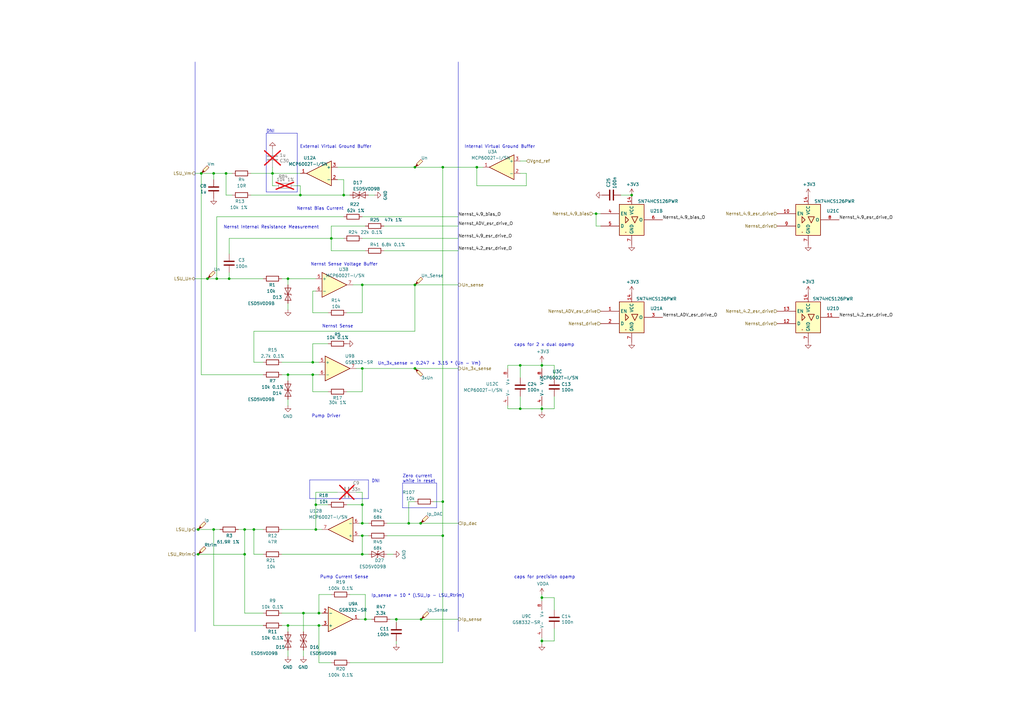
<source format=kicad_sch>
(kicad_sch (version 20230121) (generator eeschema)
  (paper "A3")
  (lib_symbols
    (symbol "74xx_IEEE:74126"
      (property "Reference" "U" (at 3.81 7.62 0))
      (property "Value" "74126" (at 1.27 -7.62 0))
      (symbol "74126_0_0"
        (pin power_in line (at 0 10.16 270) (length 3.81) (name "VCC") (number "14"))
        (pin power_in line (at 0 -10.16 90) (length 3.81) (name "GND") (number "7"))
      )
      (symbol "74126_1_0"
        (pin input line (at -12.7 2.54 0) (length 7.62) (name "EN") (number "1"))
      )
      (symbol "74126_1_1"
        (pin input line (at -12.7 -2.54 0) (length 7.62) (name "D") (number "2"))
        (pin tri_state line (at 12.7 0 180) (length 7.62) (name "O") (number "3"))
      )
      (symbol "74126_2_0"
        (pin input line (at -12.7 2.54 0) (length 7.62) (name "EN") (number "4"))
      )
      (symbol "74126_2_1"
        (pin input line (at -12.7 -2.54 0) (length 7.62) (name "D") (number "5"))
        (pin tri_state line (at 12.7 0 180) (length 7.62) (name "O") (number "6"))
      )
      (symbol "74126_3_0"
        (pin input line (at -12.7 2.54 0) (length 7.62) (name "EN") (number "10"))
      )
      (symbol "74126_3_1"
        (pin tri_state line (at 12.7 0 180) (length 7.62) (name "O") (number "8"))
        (pin input line (at -12.7 -2.54 0) (length 7.62) (name "D") (number "9"))
      )
      (symbol "74126_4_0"
        (pin input line (at -12.7 2.54 0) (length 7.62) (name "EN") (number "13"))
      )
      (symbol "74126_4_1"
        (pin tri_state line (at 12.7 0 180) (length 7.62) (name "O") (number "11"))
        (pin input line (at -12.7 -2.54 0) (length 7.62) (name "D") (number "12"))
      )
    )
    (symbol "Amplifier_Operational:MCP6002-xMS" (pin_names (offset 0.127))
      (property "Reference" "U" (at 0 5.08 0))
      (property "Value" "MCP6002-xMS" (at 0 -5.08 0))
      (symbol "MCP6002-xMS_1_1"
        (pin output line (at 7.62 0 180) (length 2.54) (name "~") (number "1"))
        (pin input line (at -7.62 -2.54 0) (length 2.54) (name "-") (number "2"))
        (pin input line (at -7.62 2.54 0) (length 2.54) (name "+") (number "3"))
      )
      (symbol "MCP6002-xMS_2_1"
        (pin input line (at -7.62 2.54 0) (length 2.54) (name "+") (number "5"))
        (pin input line (at -7.62 -2.54 0) (length 2.54) (name "-") (number "6"))
        (pin output line (at 7.62 0 180) (length 2.54) (name "~") (number "7"))
      )
      (symbol "MCP6002-xMS_3_1"
        (pin power_in line (at -2.54 -7.62 90) (length 3.81) (name "V-") (number "4"))
        (pin power_in line (at -2.54 7.62 270) (length 3.81) (name "V+") (number "8"))
      )
    )
    (symbol "Amplifier_Operational:TL072" (pin_names (offset 0.127))
      (property "Reference" "U" (at 0 5.08 0))
      (property "Value" "TL072" (at 0 -5.08 0))
      (symbol "TL072_1_1"
        (pin output line (at 7.62 0 180) (length 2.54) (name "~") (number "1"))
        (pin input line (at -7.62 -2.54 0) (length 2.54) (name "-") (number "2"))
        (pin input line (at -7.62 2.54 0) (length 2.54) (name "+") (number "3"))
      )
      (symbol "TL072_2_1"
        (pin input line (at -7.62 2.54 0) (length 2.54) (name "+") (number "5"))
        (pin input line (at -7.62 -2.54 0) (length 2.54) (name "-") (number "6"))
        (pin output line (at 7.62 0 180) (length 2.54) (name "~") (number "7"))
      )
      (symbol "TL072_3_1"
        (pin power_in line (at -2.54 -7.62 90) (length 3.81) (name "V-") (number "4"))
        (pin power_in line (at -2.54 7.62 270) (length 3.81) (name "V+") (number "8"))
      )
    )
    (symbol "Connector:TestPoint_Probe" (pin_numbers hide) (pin_names (offset 0.762) hide)
      (property "Reference" "TP" (at 1.651 5.842 0))
      (property "Value" "TestPoint_Probe" (at 1.651 4.064 0))
      (symbol "TestPoint_Probe_1_1"
        (pin passive line (at 0 0 90) (length 0) (name "1") (number "1"))
      )
    )
    (symbol "Device:C" (pin_numbers hide) (pin_names (offset 0.254))
      (property "Reference" "C" (at 0.635 2.54 0))
      (property "Value" "C" (at 0.635 -2.54 0))
      (symbol "C_1_1"
        (pin passive line (at 0 3.81 270) (length 2.794) (name "~") (number "1"))
        (pin passive line (at 0 -3.81 90) (length 2.794) (name "~") (number "2"))
      )
    )
    (symbol "Device:R" (pin_numbers hide) (pin_names (offset 0))
      (property "Reference" "R" (at 2.032 0 90))
      (property "Value" "R" (at 0 0 90))
      (symbol "R_1_1"
        (pin passive line (at 0 3.81 270) (length 1.27) (name "~") (number "1"))
        (pin passive line (at 0 -3.81 90) (length 1.27) (name "~") (number "2"))
      )
    )
    (symbol "Diode:ESD9B5.0ST5G" (pin_numbers hide) (pin_names (offset 1.016) hide)
      (property "Reference" "D" (at 0 2.54 0))
      (property "Value" "ESD9B5.0ST5G" (at 0 -2.54 0))
      (symbol "ESD9B5.0ST5G_1_1"
        (pin passive line (at -3.81 0 0) (length 2.54) (name "A1") (number "1"))
        (pin passive line (at 3.81 0 180) (length 2.54) (name "A2") (number "2"))
      )
    )
    (symbol "GND_1" (power) (pin_numbers hide) (pin_names (offset 0) hide)
      (property "Value" "GND_1" (at 0 -3.81 0))
      (symbol "GND_1_1_1"
        (pin power_in line (at 0 0 270) (length 0) hide (name "GND") (number "1"))
      )
    )
    (symbol "GND_2" (power) (pin_numbers hide) (pin_names (offset 0) hide)
      (property "Value" "GND_2" (at 0 -3.81 0))
      (symbol "GND_2_1_1"
        (pin power_in line (at 0 0 270) (length 0) hide (name "GND") (number "1"))
      )
    )
    (symbol "GND_3" (power) (pin_numbers hide) (pin_names (offset 0) hide)
      (property "Value" "GND_3" (at 0 -3.81 0))
      (symbol "GND_3_1_1"
        (pin power_in line (at 0 0 270) (length 0) hide (name "GND") (number "1"))
      )
    )
    (symbol "GND_4" (power) (pin_numbers hide) (pin_names (offset 0) hide)
      (property "Value" "GND_4" (at 0 -3.81 0))
      (symbol "GND_4_1_1"
        (pin power_in line (at 0 0 270) (length 0) hide (name "GND") (number "1"))
      )
    )
    (symbol "GND_5" (power) (pin_numbers hide) (pin_names (offset 0) hide)
      (property "Value" "GND_5" (at 0 -3.81 0))
      (symbol "GND_5_1_1"
        (pin power_in line (at 0 0 270) (length 0) hide (name "GND") (number "1"))
      )
    )
    (symbol "GND_6" (power) (pin_numbers hide) (pin_names (offset 0) hide)
      (property "Value" "GND_6" (at 0 -3.81 0))
      (symbol "GND_6_1_1"
        (pin power_in line (at 0 0 270) (length 0) hide (name "GND") (number "1"))
      )
    )
    (symbol "power:+3.3V" (power) (pin_numbers hide) (pin_names (offset 0) hide)
      (property "Value" "+3.3V" (at 0 3.556 0))
      (symbol "+3.3V_1_1"
        (pin power_in line (at 0 0 90) (length 0) hide (name "+3V3") (number "1"))
      )
    )
    (symbol "power:GND" (power) (pin_numbers hide) (pin_names (offset 0) hide)
      (property "Value" "GND" (at 0 -3.81 0))
      (symbol "GND_1_1"
        (pin power_in line (at 0 0 270) (length 0) hide (name "GND") (number "1"))
      )
    )
    (symbol "power:VDDA" (power) (pin_numbers hide) (pin_names (offset 0) hide)
      (property "Value" "VDDA" (at 0 3.81 0))
      (symbol "VDDA_1_1"
        (pin power_in line (at 0 0 90) (length 0) hide (name "VDDA") (number "1"))
      )
    )
  )
  (junction (at 104.14 217.17))
  (junction (at 170.18 151.13))
  (junction (at 130.81 256.54))
  (junction (at 129.54 217.17))
  (junction (at 128.27 148.59))
  (junction (at 148.59 151.13))
  (junction (at 213.36 167.64))
  (junction (at 172.72 254))
  (junction (at 148.59 116.84))
  (junction (at 85.09 114.3))
  (junction (at 118.11 153.67))
  (junction (at 148.59 207.01))
  (junction (at 140.97 80.01))
  (junction (at 87.63 71.12))
  (junction (at 259.08 80.01))
  (junction (at 148.59 214.63))
  (junction (at 123.19 80.01))
  (junction (at 222.25 149.86))
  (junction (at 81.28 217.17))
  (junction (at 87.63 217.17))
  (junction (at 170.18 116.84))
  (junction (at 222.25 245.11))
  (junction (at 170.18 68.58))
  (junction (at 111.76 71.12))
  (junction (at 148.59 219.71))
  (junction (at 148.59 227.33))
  (junction (at 88.9 114.3))
  (junction (at 135.89 97.79))
  (junction (at 81.28 227.33))
  (junction (at 118.11 114.3))
  (junction (at 181.61 205.74))
  (junction (at 162.56 254))
  (junction (at 93.98 114.3))
  (junction (at 222.25 262.89))
  (junction (at 181.61 219.71))
  (junction (at 130.81 251.46))
  (junction (at 167.64 214.63))
  (junction (at 213.36 149.86))
  (junction (at 82.55 71.12))
  (junction (at 222.25 167.64))
  (junction (at 128.27 153.67))
  (junction (at 100.33 217.17))
  (junction (at 172.5164 214.63))
  (junction (at 149.86 254))
  (junction (at 124.46 251.46))
  (junction (at 244.475 87.63))
  (junction (at 195.58 68.58))
  (junction (at 129.54 207.01))
  (junction (at 181.61 68.58))
  (junction (at 92.71 71.12))
  (junction (at 118.11 256.54))
  (junction (at 100.33 227.33))
  (no_connect (at -57.15 238.76))
  (wire (pts (xy 88.9 114.3) (xy 93.98 114.3)))
  (polyline (pts (xy 109.22 78.74) (xy 109.22 54.61)))
  (wire (pts (xy 104.14 227.33) (xy 107.95 227.33)))
  (wire (pts (xy 177.8 205.74) (xy 181.61 205.74)))
  (wire (pts (xy 128.27 119.38) (xy 129.54 119.38)))
  (wire (pts (xy 87.63 71.12) (xy 92.71 71.12)))
  (wire (pts (xy 87.63 256.54) (xy 107.95 256.54)))
  (wire (pts (xy 87.63 217.17) (xy 87.63 256.54)))
  (wire (pts (xy 128.27 160.655) (xy 134.62 160.655)))
  (wire (pts (xy 124.46 251.46) (xy 124.46 259.08)))
  (wire (pts (xy 172.5164 214.63) (xy 167.64 214.63)))
  (polyline (pts (xy 165.1 198.12) (xy 179.07 198.12)))
  (wire (pts (xy 244.475 87.63) (xy 244.475 92.71)))
  (wire (pts (xy 118.11 153.67) (xy 118.11 156.21)))
  (wire (pts (xy 124.46 266.7) (xy 124.46 269.24)))
  (wire (pts (xy 170.18 151.13) (xy 148.59 151.13)))
  (wire (pts (xy 157.48 92.71) (xy 187.96 92.71)))
  (wire (pts (xy 187.96 97.79) (xy 148.59 97.79)))
  (wire (pts (xy 148.59 160.655) (xy 148.59 151.13)))
  (wire (pts (xy 148.59 151.13) (xy 146.05 151.13)))
  (wire (pts (xy 140.97 80.01) (xy 123.19 80.01)))
  (wire (pts (xy 115.57 217.17) (xy 129.54 217.17)))
  (wire (pts (xy 81.28 217.17) (xy 87.63 217.17)))
  (wire (pts (xy 130.81 251.46) (xy 132.08 251.46)))
  (wire (pts (xy 128.27 153.67) (xy 128.27 160.655)))
  (wire (pts (xy 167.64 205.74) (xy 167.64 214.63)))
  (polyline (pts (xy 151.13 204.47) (xy 151.13 196.85)))
  (wire (pts (xy 118.11 114.3) (xy 118.11 116.84)))
  (wire (pts (xy 140.97 80.01) (xy 143.51 80.01)))
  (wire (pts (xy 148.59 214.63) (xy 151.13 214.63)))
  (wire (pts (xy 149.86 243.84) (xy 149.86 254)))
  (wire (pts (xy 222.25 262.89) (xy 222.25 261.62)))
  (wire (pts (xy 162.56 262.89) (xy 162.56 264.16)))
  (wire (pts (xy 92.71 80.01) (xy 92.71 71.12)))
  (wire (pts (xy 111.76 71.12) (xy 123.19 71.12)))
  (wire (pts (xy 143.51 271.78) (xy 181.61 271.78)))
  (wire (pts (xy 170.18 116.84) (xy 187.96 116.84)))
  (wire (pts (xy 227.33 149.86) (xy 227.33 154.94)))
  (wire (pts (xy 227.33 245.11) (xy 227.33 250.19)))
  (wire (pts (xy 118.11 114.3) (xy 129.54 114.3)))
  (wire (pts (xy 135.89 92.71) (xy 149.86 92.71)))
  (wire (pts (xy 118.11 266.7) (xy 118.11 269.24)))
  (wire (pts (xy 170.18 116.84) (xy 170.18 135.89)))
  (wire (pts (xy 148.59 207.01) (xy 148.59 214.63)))
  (wire (pts (xy 88.9 88.9) (xy 88.9 114.3)))
  (wire (pts (xy 80.01 114.3) (xy 85.09 114.3)))
  (wire (pts (xy 130.81 243.84) (xy 130.81 251.46)))
  (wire (pts (xy 128.27 148.59) (xy 130.81 148.59)))
  (wire (pts (xy 118.11 153.67) (xy 115.57 153.67)))
  (wire (pts (xy 222.25 148.59) (xy 222.25 149.86)))
  (wire (pts (xy 215.9 71.12) (xy 215.9 76.2)))
  (wire (pts (xy 167.64 214.63) (xy 158.75 214.63)))
  (wire (pts (xy 93.98 114.3) (xy 93.98 111.76)))
  (wire (pts (xy 222.25 149.86) (xy 227.33 149.86)))
  (wire (pts (xy 118.11 256.54) (xy 130.81 256.54)))
  (wire (pts (xy 170.18 68.58) (xy 181.61 68.58)))
  (wire (pts (xy 244.475 92.71) (xy 246.38 92.71)))
  (wire (pts (xy 208.28 151.13) (xy 208.28 149.86)))
  (polyline (pts (xy 127 204.47) (xy 151.13 204.47)))
  (wire (pts (xy 227.33 167.64) (xy 227.33 162.56)))
  (wire (pts (xy 92.71 80.01) (xy 95.25 80.01)))
  (wire (pts (xy 130.81 153.67) (xy 128.27 153.67)))
  (wire (pts (xy 130.81 256.54) (xy 132.08 256.54)))
  (wire (pts (xy 172.72 254) (xy 162.56 254)))
  (wire (pts (xy 111.76 71.12) (xy 111.76 76.2)))
  (wire (pts (xy 222.25 264.16) (xy 222.25 262.89)))
  (wire (pts (xy 111.76 68.58) (xy 111.76 71.12)))
  (polyline (pts (xy 165.1 208.28) (xy 165.1 198.12)))
  (wire (pts (xy 157.48 102.87) (xy 187.96 102.87)))
  (wire (pts (xy 93.98 97.79) (xy 135.89 97.79)))
  (wire (pts (xy 181.61 205.74) (xy 181.61 68.58)))
  (polyline (pts (xy 127 196.85) (xy 127 204.47)))
  (wire (pts (xy 135.89 243.84) (xy 130.81 243.84)))
  (wire (pts (xy 222.25 243.84) (xy 222.25 245.11)))
  (wire (pts (xy 104.14 148.59) (xy 107.95 148.59)))
  (wire (pts (xy 148.59 227.33) (xy 148.59 219.71)))
  (wire (pts (xy 142.24 160.655) (xy 148.59 160.655)))
  (wire (pts (xy 244.475 87.63) (xy 246.38 87.63)))
  (wire (pts (xy 213.36 66.04) (xy 215.9 66.04)))
  (wire (pts (xy 93.98 104.14) (xy 93.98 97.79)))
  (wire (pts (xy 135.89 102.87) (xy 135.89 97.79)))
  (wire (pts (xy 149.86 254) (xy 147.32 254)))
  (wire (pts (xy 149.86 102.87) (xy 135.89 102.87)))
  (wire (pts (xy 123.19 80.01) (xy 102.87 80.01)))
  (wire (pts (xy 222.25 149.86) (xy 222.25 151.13)))
  (wire (pts (xy 104.14 217.17) (xy 107.95 217.17)))
  (wire (pts (xy 115.57 114.3) (xy 118.11 114.3)))
  (wire (pts (xy 243.205 87.63) (xy 244.475 87.63)))
  (wire (pts (xy 222.25 168.91) (xy 222.25 167.64)))
  (wire (pts (xy 222.25 167.64) (xy 222.25 166.37)))
  (wire (pts (xy 118.11 163.83) (xy 118.11 166.37)))
  (wire (pts (xy 170.18 205.74) (xy 167.64 205.74)))
  (wire (pts (xy 208.28 166.37) (xy 208.28 167.64)))
  (wire (pts (xy 88.9 114.3) (xy 85.09 114.3)))
  (wire (pts (xy 123.19 76.2) (xy 123.19 80.01)))
  (wire (pts (xy 148.59 116.84) (xy 148.59 128.27)))
  (polyline (pts (xy 109.22 54.61) (xy 121.92 54.61)))
  (wire (pts (xy 213.36 71.12) (xy 215.9 71.12)))
  (wire (pts (xy 82.55 71.12) (xy 87.63 71.12)))
  (wire (pts (xy 115.57 256.54) (xy 118.11 256.54)))
  (polyline (pts (xy 151.13 196.85) (xy 127 196.85)))
  (wire (pts (xy 115.57 251.46) (xy 124.46 251.46)))
  (wire (pts (xy 82.55 71.12) (xy 82.55 153.67)))
  (wire (pts (xy 128.27 153.67) (xy 118.11 153.67)))
  (wire (pts (xy 100.33 217.17) (xy 100.33 227.33)))
  (wire (pts (xy 142.24 207.01) (xy 148.59 207.01)))
  (wire (pts (xy 148.59 219.71) (xy 147.32 219.71)))
  (wire (pts (xy 80.01 227.33) (xy 81.28 227.33)))
  (wire (pts (xy 148.59 201.93) (xy 148.59 207.01)))
  (wire (pts (xy 208.28 149.86) (xy 213.36 149.86)))
  (wire (pts (xy 128.27 128.27) (xy 128.27 119.38)))
  (wire (pts (xy 115.57 227.33) (xy 148.59 227.33)))
  (wire (pts (xy 118.11 124.46) (xy 118.11 127)))
  (wire (pts (xy 148.59 227.33) (xy 151.13 227.33)))
  (wire (pts (xy 148.59 128.27) (xy 142.24 128.27)))
  (polyline (pts (xy 179.07 208.28) (xy 165.1 208.28)))
  (wire (pts (xy 128.27 148.59) (xy 115.57 148.59)))
  (wire (pts (xy 111.76 76.2) (xy 113.03 76.2)))
  (wire (pts (xy 118.11 256.54) (xy 118.11 259.08)))
  (wire (pts (xy 149.86 254) (xy 152.4 254)))
  (wire (pts (xy 254.635 80.01) (xy 259.08 80.01)))
  (wire (pts (xy 129.54 207.01) (xy 134.62 207.01)))
  (wire (pts (xy 213.36 154.94) (xy 213.36 149.86)))
  (wire (pts (xy 181.61 219.71) (xy 181.61 205.74)))
  (wire (pts (xy 129.54 207.01) (xy 129.54 217.17)))
  (wire (pts (xy 148.59 116.84) (xy 170.18 116.84)))
  (wire (pts (xy 198.12 68.58) (xy 195.58 68.58)))
  (wire (pts (xy 138.43 201.93) (xy 129.54 201.93)))
  (wire (pts (xy 138.43 68.58) (xy 170.18 68.58)))
  (wire (pts (xy 195.58 76.2) (xy 195.58 68.58)))
  (wire (pts (xy 134.62 128.27) (xy 128.27 128.27)))
  (wire (pts (xy 213.36 149.86) (xy 222.25 149.86)))
  (wire (pts (xy 148.59 219.71) (xy 151.13 219.71)))
  (wire (pts (xy 93.98 114.3) (xy 107.95 114.3)))
  (polyline (pts (xy 109.22 78.74) (xy 121.92 78.74)))
  (wire (pts (xy 128.27 140.97) (xy 134.62 140.97)))
  (wire (pts (xy 92.71 71.12) (xy 95.25 71.12)))
  (wire (pts (xy 120.65 76.2) (xy 123.19 76.2)))
  (wire (pts (xy 135.89 97.79) (xy 135.89 92.71)))
  (wire (pts (xy 128.27 148.59) (xy 128.27 140.97)))
  (polyline (pts (xy 80.01 25.4) (xy 80.01 259.08)))
  (wire (pts (xy 170.18 135.89) (xy 104.14 135.89)))
  (wire (pts (xy 148.59 88.9) (xy 187.96 88.9)))
  (wire (pts (xy 222.25 167.64) (xy 213.36 167.64)))
  (wire (pts (xy 158.75 227.33) (xy 161.29 227.33)))
  (wire (pts (xy 102.87 71.12) (xy 111.76 71.12)))
  (wire (pts (xy 88.9 88.9) (xy 140.97 88.9)))
  (wire (pts (xy 208.28 167.64) (xy 213.36 167.64)))
  (wire (pts (xy 227.33 262.89) (xy 227.33 257.81)))
  (wire (pts (xy 82.55 153.67) (xy 107.95 153.67)))
  (polyline (pts (xy 121.92 54.61) (xy 121.92 78.74)))
  (wire (pts (xy 162.56 254) (xy 162.56 255.27)))
  (wire (pts (xy 222.25 262.89) (xy 227.33 262.89)))
  (wire (pts (xy 146.05 201.93) (xy 148.59 201.93)))
  (wire (pts (xy 147.32 214.63) (xy 148.59 214.63)))
  (wire (pts (xy 222.25 245.11) (xy 222.25 246.38)))
  (wire (pts (xy 129.54 217.17) (xy 132.08 217.17)))
  (wire (pts (xy 97.79 217.17) (xy 100.33 217.17)))
  (wire (pts (xy 158.75 219.71) (xy 181.61 219.71)))
  (wire (pts (xy 213.36 167.64) (xy 213.36 162.56)))
  (polyline (pts (xy 187.96 25.4) (xy 187.96 259.08)))
  (wire (pts (xy 124.46 251.46) (xy 130.81 251.46)))
  (polyline (pts (xy 179.07 198.12) (xy 179.07 208.28)))
  (wire (pts (xy 187.96 214.63) (xy 172.5164 214.63)))
  (wire (pts (xy 135.89 271.78) (xy 130.81 271.78)))
  (wire (pts (xy 81.28 227.33) (xy 100.33 227.33)))
  (wire (pts (xy 100.33 251.46) (xy 107.95 251.46)))
  (wire (pts (xy 148.59 116.84) (xy 144.78 116.84)))
  (wire (pts (xy 140.97 73.66) (xy 140.97 80.01)))
  (wire (pts (xy 181.61 68.58) (xy 195.58 68.58)))
  (wire (pts (xy 215.9 76.2) (xy 195.58 76.2)))
  (wire (pts (xy 151.13 80.01) (xy 153.67 80.01)))
  (wire (pts (xy 104.14 217.17) (xy 104.14 227.33)))
  (wire (pts (xy 222.25 245.11) (xy 227.33 245.11)))
  (wire (pts (xy 143.51 243.84) (xy 149.86 243.84)))
  (wire (pts (xy 130.81 256.54) (xy 130.81 271.78)))
  (wire (pts (xy 87.63 71.12) (xy 87.63 73.66)))
  (wire (pts (xy 181.61 271.78) (xy 181.61 219.71)))
  (wire (pts (xy 104.14 135.89) (xy 104.14 148.59)))
  (wire (pts (xy 81.28 217.17) (xy 80.01 217.17)))
  (wire (pts (xy 170.18 151.13) (xy 187.96 151.13)))
  (wire (pts (xy 90.17 217.17) (xy 87.63 217.17)))
  (wire (pts (xy 100.33 217.17) (xy 104.14 217.17)))
  (wire (pts (xy 222.25 167.64) (xy 227.33 167.64)))
  (wire (pts (xy 135.89 97.79) (xy 140.97 97.79)))
  (wire (pts (xy 129.54 201.93) (xy 129.54 207.01)))
  (wire (pts (xy 187.96 254) (xy 172.72 254)))
  (wire (pts (xy 80.01 71.12) (xy 82.55 71.12)))
  (wire (pts (xy 138.43 73.66) (xy 140.97 73.66)))
  (wire (pts (xy 160.02 254) (xy 162.56 254)))
  (wire (pts (xy 100.33 227.33) (xy 100.33 251.46)))
  (text "Nernst Sense Voltage Buffer" (at 154.94 109.22 0) (effects (font (size 1.27 1.27)) (justify right bottom)))
  (text "Ip_sense = 10 * (LSU_Ip - LSU_Rtrim)" (at 190.5 245.11 0) (effects (font (size 1.27 1.27)) (justify right bottom)))
  (text "caps for 2 x dual opamp" (at 210.82 142.24 0) (effects (font (size 1.27 1.27)) (justify left bottom)))
  (text "Nernst Sense" (at 132.08 134.62 0) (effects (font (size 1.27 1.27)) (justify left bottom)))
  (text "Nernst Bias Current" (at 140.97 86.36 0) (effects (font (size 1.27 1.27)) (justify right bottom)))
  (text "DNI" (at 109.22 54.61 0) (effects (font (size 1.27 1.27)) (justify left bottom)))
  (text "Pump Current Sense" (at 151.13 237.49 0) (effects (font (size 1.27 1.27)) (justify right bottom)))
  (text "External Virtual Ground Buffer" (at 152.4 60.96 0) (effects (font (size 1.27 1.27)) (justify right bottom)))
  (text "Internal Virtual Ground Buffer" (at 190.5 60.96 0) (effects (font (size 1.27 1.27)) (justify left bottom)))
  (text "Un_3x_sense = 0.247 + 3.15 * (Un - Vm)" (at 154.94 149.86 0) (effects (font (size 1.27 1.27)) (justify left bottom)))
  (text "Pump Driver" (at 139.7 171.45 0) (effects (font (size 1.27 1.27)) (justify right bottom)))
  (text "Nernst Internal Resistance Measurement" (at 130.81 93.98 0) (effects (font (size 1.27 1.27)) (justify right bottom)))
  (text "DNI" (at 152.4 198.12 0) (effects (font (size 1.27 1.27)) (justify left bottom)))
  (text "Zero current\nwhile in reset" (at 165.1 198.12 0) (effects (font (size 1.27 1.27)) (justify left bottom)))
  (text "caps for precision opamp" (at 210.82 237.49 0) (effects (font (size 1.27 1.27)) (justify left bottom)))
  (label "Nernst_ADV_esr_drive_O" (at 271.78 130.175 0))
  (label "Nernst_ADV_esr_drive_O" (at 187.96 92.71 0))
  (label "Nernst_4.2_esr_drive_O" (at 187.96 102.87 0))
  (label "Nernst_4.2_esr_drive_O" (at 344.17 130.175 0))
  (label "Nernst_4.9_bias_O" (at 271.78 90.17 0))
  (label "Nernst_4.9_esr_drive_O" (at 187.96 97.79 0))
  (label "Nernst_4.9_bias_O" (at 187.96 88.9 0))
  (label "Nernst_4.9_esr_drive_O" (at 344.17 90.17 0))
  (hierarchical_label "LSU_Ip" (shape output) (at 80.01 217.17 180))
  (hierarchical_label "Nernst_4.2_esr_drive" (shape input) (at 318.77 127.635 180))
  (hierarchical_label "Un_sense" (shape output) (at 187.96 116.84 0))
  (hierarchical_label "Ip_sense" (shape output) (at 187.96 254 0))
  (hierarchical_label "Nernst_drive" (shape input) (at 318.77 132.715 180))
  (hierarchical_label "Un_3x_sense" (shape output) (at 187.96 151.13 0))
  (hierarchical_label "Nernst_ADV_esr_drive" (shape input) (at 246.38 127.635 180))
  (hierarchical_label "Vgnd_ref" (shape input) (at 215.9 66.04 0))
  (hierarchical_label "Ip_dac" (shape input) (at 187.96 214.63 0))
  (hierarchical_label "Nernst_drive" (shape input) (at 318.77 92.71 180))
  (hierarchical_label "Nernst_4.9_bias" (shape input) (at 243.205 87.63 180))
  (hierarchical_label "LSU_Un" (shape bidirectional) (at 80.01 114.3 180))
  (hierarchical_label "Nernst_4.9_esr_drive" (shape input) (at 318.77 87.63 180))
  (hierarchical_label "Nernst_drive" (shape input) (at 246.38 132.715 180))
  (hierarchical_label "LSU_Vm" (shape output) (at 80.01 71.12 180))
  (hierarchical_label "LSU_Rtrim" (shape output) (at 80.01 227.33 180))
  (symbol (lib_id "Device:R") (at 138.43 128.27 90) (mirror x) (unit 1)
    (property "Reference" "R14" (at 139.7 123.19 90) (effects (justify left)))
    (property "Value" "10k" (at 139.7 125.73 90) (effects (justify left)))
    (property "Footprint" "Resistor_SMD:R_0402_1005Metric" (effects hide))
    (property "LCSC" "C25744" (effects hide))
    (instances (project "lambda-x2" (path "" (reference "R14") (unit 1)) (path "" (reference "R63") (unit 1))))
  )
  (symbol (lib_name "GND_6") (lib_id "power:GND") (at 222.25 264.16 0) (unit 1)
    (property "Reference" "#PWR0104" (effects hide))
    (property "Value" "GND" (effects hide))
    (instances (project "lambda-x2" (path "" (reference "#PWR0104") (unit 1)) (path "" (reference "#PWR0130") (unit 1))))
  )
  (symbol (lib_id "Diode:ESD9B5.0ST5G") (at 147.32 80.01 0) (unit 1)
    (property "Reference" "D17" (at 144.78 74.93 0) (effects (justify left)))
    (property "Value" "ESD5V0D9B" (at 144.78 77.47 0) (effects (justify left)))
    (property "Footprint" "Diode_SMD:D_SOD-923" (effects hide))
    (property "LCSC" "C484329" (effects hide))
    (instances (project "lambda-x2" (path "" (reference "D17") (unit 1)) (path "" (reference "D22") (unit 1))))
  )
  (symbol (lib_id "Device:R") (at 153.67 92.71 90) (mirror x) (unit 1)
    (property "Reference" "R25" (at 153.67 90.17 90))
    (property "Value" "47k 1%" (at 161.29 90.17 90))
    (property "Footprint" "Resistor_SMD:R_0603_1608Metric" (effects hide))
    (property "LCSC" "C25819" (effects hide))
    (instances (project "lambda-x2" (path "" (reference "R25") (unit 1)) (path "" (reference "R72") (unit 1))))
  )
  (symbol (lib_id "74xx_IEEE:74126") (at 259.08 90.17 0) (unit 2)
    (property "Reference" "U21" (at 269.24 86.5221 0))
    (property "Value" "SN74HCS126PWR" (at 269.875 82.55 0))
    (property "Footprint" "Package_SO:TSSOP-14_4.4x5mm_P0.65mm" (effects hide))
    (property "LCSC" "C2864468" (effects hide))
    (instances (project "lambda-x2" (path "" (reference "U21") (unit 2)) (path "" (reference "U22") (unit 2))))
  )
  (symbol (lib_name "GND_1") (lib_id "power:GND") (at 153.67 80.01 90) (mirror x) (unit 1)
    (property "Reference" "#PWR0195" (effects hide))
    (property "Value" "~" (at 158.0642 80.137 0))
    (instances (project "lambda-x2" (path "" (reference "#PWR0195") (unit 1)) (path "" (reference "#PWR0200") (unit 1))))
  )
  (symbol (lib_id "Connector:TestPoint_Probe") (at 170.18 151.13 0) (mirror x) (unit 1) (in_bom no)
    (property "Reference" "TP5" (effects hide))
    (property "Value" "3xUn" (at 172.72 154.94 0) (effects (justify left)))
    (property "Footprint" "TestPoint:TestPoint_Pad_D1.0mm" (effects hide))
    (instances (project "lambda-x2" (path "" (reference "TP5") (unit 1)) (path "" (reference "TP6") (unit 1))))
  )
  (symbol (lib_name "GND_2") (lib_id "power:GND") (at 259.08 100.33 0) (mirror y) (unit 1)
    (property "Reference" "#PWR056" (effects hide))
    (property "Value" "GND" (effects hide))
    (instances (project "lambda-x2" (path "" (reference "#PWR056") (unit 1)) (path "" (reference "#PWR057") (unit 1))))
  )
  (symbol (lib_id "Device:R") (at 138.43 207.01 90) (mirror x) (unit 1)
    (property "Reference" "R18" (at 134.62 203.2 90) (effects (justify left)))
    (property "Value" "10k" (at 134.62 205.74 90) (effects (justify left)))
    (property "Footprint" "Resistor_SMD:R_0402_1005Metric" (effects hide))
    (property "LCSC" "C25744" (effects hide))
    (instances (project "lambda-x2" (path "" (reference "R18") (unit 1)) (path "" (reference "R66") (unit 1))))
  )
  (symbol (lib_name "GND_1") (lib_id "power:GND") (at 124.46 269.24 0) (mirror y) (unit 1)
    (property "Reference" "#PWR0198" (effects hide))
    (property "Value" "~" (at 124.333 273.6342 0))
    (instances (project "lambda-x2" (path "" (reference "#PWR0198") (unit 1)) (path "" (reference "#PWR0203") (unit 1))))
  )
  (symbol (lib_id "74xx_IEEE:74126") (at 331.47 130.175 0) (unit 4)
    (property "Reference" "U21" (at 341.63 126.5271 0))
    (property "Value" "SN74HCS126PWR" (at 341.63 122.555 0))
    (property "Footprint" "Package_SO:TSSOP-14_4.4x5mm_P0.65mm" (effects hide))
    (property "LCSC" "C2864468" (effects hide))
    (instances (project "lambda-x2" (path "" (reference "U21") (unit 4)) (path "" (reference "U22") (unit 4))))
  )
  (symbol (lib_id "Device:R") (at 111.76 251.46 270) (unit 1)
    (property "Reference" "R9" (at 111.76 246.38 90))
    (property "Value" "10k 0.1%" (at 111.76 248.92 90))
    (property "Footprint" "Resistor_SMD:R_0603_1608Metric" (effects hide))
    (property "LCSC" "C309083" (effects hide))
    (instances (project "lambda-x2" (path "" (reference "R9") (unit 1)) (path "" (reference "R59") (unit 1))))
  )
  (symbol (lib_id "Device:R") (at 138.43 160.655 90) (mirror x) (unit 1)
    (property "Reference" "R17" (at 138.43 163.195 90))
    (property "Value" "30k 1%" (at 138.43 165.1 90))
    (property "Footprint" "Resistor_SMD:R_0603_1608Metric" (effects hide))
    (property "LCSC" "C22984" (effects hide))
    (instances (project "lambda-x2" (path "" (reference "R17") (unit 1)) (path "" (reference "R65") (unit 1))))
  )
  (symbol (lib_id "Device:R") (at 99.06 71.12 90) (mirror x) (unit 1)
    (property "Reference" "R4" (at 99.06 73.66 90))
    (property "Value" "10R" (at 99.06 76.2 90))
    (property "Footprint" "Resistor_SMD:R_1206_3216Metric" (effects hide))
    (property "LCSC" "C17903" (effects hide))
    (instances (project "lambda-x2" (path "" (reference "R4") (unit 1)) (path "" (reference "R56") (unit 1))))
  )
  (symbol (lib_id "Amplifier_Operational:MCP6002-xMS") (at 205.74 68.58 0) (mirror y) (unit 1)
    (property "Reference" "U3" (at 201.93 62.23 0))
    (property "Value" "MCP6002T-I/SN" (at 201.295 64.77 0))
    (property "Footprint" "Package_SO:SOIC-8_3.9x4.9mm_P1.27mm" (effects hide))
    (property "Datasheet" "http://ww1.microchip.com/downloads/en/DeviceDoc/21733j.pdf" (effects hide))
    (property "LCSC" "C7377" (effects hide))
    (instances (project "lambda-x2" (path "" (reference "U3") (unit 1)) (path "" (reference "U10") (unit 1))))
  )
  (symbol (lib_name "GND_1") (lib_id "power:GND") (at 118.11 127 0) (mirror y) (unit 1)
    (property "Reference" "#PWR0196" (effects hide))
    (property "Value" "GND" (effects hide))
    (instances (project "lambda-x2" (path "" (reference "#PWR0196") (unit 1)) (path "" (reference "#PWR0201") (unit 1))))
  )
  (symbol (lib_id "Device:R") (at 138.43 140.97 270) (mirror x) (unit 1)
    (property "Reference" "R5" (at 138.43 137.16 90))
    (property "Value" "10k 0.1%" (at 138.43 138.43 90))
    (property "Footprint" "Resistor_SMD:R_0603_1608Metric" (effects hide))
    (property "LCSC" "C309083" (effects hide))
    (instances (project "lambda-x2" (path "" (reference "R5") (unit 1)) (path "" (reference "R57") (unit 1))))
  )
  (symbol (lib_id "Device:R") (at 154.94 214.63 270) (mirror x) (unit 1)
    (property "Reference" "R42" (at 154.94 209.55 90))
    (property "Value" "68k" (at 154.94 212.09 90))
    (property "Footprint" "Resistor_SMD:R_0402_1005Metric" (effects hide))
    (property "LCSC" "C36871" (effects hide))
    (instances (project "lambda-x2" (path "" (reference "R42") (unit 1)) (path "" (reference "R74") (unit 1))))
  )
  (symbol (lib_id "Diode:ESD9B5.0ST5G") (at 124.46 262.89 270) (unit 1)
    (property "Reference" "D16" (at 127 265.43 90) (effects (justify left)))
    (property "Value" "ESD5V0D9B" (at 127 267.97 90) (effects (justify left)))
    (property "Footprint" "Diode_SMD:D_SOD-923" (effects hide))
    (property "LCSC" "C484329" (effects hide))
    (instances (project "lambda-x2" (path "" (reference "D16") (unit 1)) (path "" (reference "D21") (unit 1))))
  )
  (symbol (lib_id "power:+3.3V") (at 259.08 120.015 0) (unit 1)
    (property "Reference" "#PWR043" (effects hide))
    (property "Value" "+3.3V" (at 259.461 115.6208 0))
    (instances (project "lambda-x2" (path "" (reference "#PWR043") (unit 1)) (path "" (reference "#PWR045") (unit 1))))
  )
  (symbol (lib_id "Diode:ESD9B5.0ST5G") (at 118.11 160.02 270) (unit 1)
    (property "Reference" "D14" (at 111.76 161.29 90) (effects (justify left)))
    (property "Value" "ESD5V0D9B" (at 101.6 163.83 90) (effects (justify left)))
    (property "Footprint" "Diode_SMD:D_SOD-923" (effects hide))
    (property "LCSC" "C484329" (effects hide))
    (instances (project "lambda-x2" (path "" (reference "D14") (unit 1)) (path "" (reference "D19") (unit 1))))
  )
  (symbol (lib_id "Device:R") (at 111.76 148.59 270) (mirror x) (unit 1)
    (property "Reference" "R15" (at 111.76 143.51 90))
    (property "Value" "2.7k 0.1%" (at 111.76 146.05 90))
    (property "Footprint" "Resistor_SMD:R_0603_1608Metric" (effects hide))
    (property "LCSC" "C318131" (effects hide))
    (instances (project "lambda-x2" (path "" (reference "R15") (unit 1)) (path "" (reference "R64") (unit 1))))
  )
  (symbol (lib_id "Device:R") (at 173.99 205.74 90) (mirror x) (unit 1)
    (property "Reference" "R107" (at 170.18 201.93 90) (effects (justify left)))
    (property "Value" "10k" (at 170.18 204.47 90) (effects (justify left)))
    (property "Footprint" "Resistor_SMD:R_0402_1005Metric" (effects hide))
    (property "LCSC" "C25744" (effects hide))
    (instances (project "lambda-x2" (path "" (reference "R107") (unit 1)) (path "" (reference "R108") (unit 1))))
  )
  (symbol (lib_name "GND_5") (lib_id "power:GND") (at 162.56 264.16 0) (mirror y) (unit 1)
    (property "Reference" "#PWR0125" (effects hide))
    (property "Value" "GND" (effects hide))
    (instances (project "lambda-x2" (path "" (reference "#PWR0125") (unit 1)) (path "" (reference "#PWR0134") (unit 1))))
  )
  (symbol (lib_id "Diode:ESD9B5.0ST5G") (at 118.11 262.89 270) (unit 1)
    (property "Reference" "D15" (at 113.03 265.43 90) (effects (justify left)))
    (property "Value" "ESD5V0D9B" (at 102.87 267.97 90) (effects (justify left)))
    (property "Footprint" "Diode_SMD:D_SOD-923" (effects hide))
    (property "LCSC" "C484329" (effects hide))
    (instances (project "lambda-x2" (path "" (reference "D15") (unit 1)) (path "" (reference "D20") (unit 1))))
  )
  (symbol (lib_id "Device:R") (at 153.67 102.87 90) (mirror x) (unit 1)
    (property "Reference" "R41" (at 153.67 100.33 90))
    (property "Value" "6.8k 0.1%" (at 161.29 100.33 90))
    (property "Footprint" "Resistor_SMD:R_0603_1608Metric" (effects hide))
    (property "LCSC" "C705876" (effects hide))
    (instances (project "lambda-x2" (path "" (reference "R41") (unit 1)) (path "" (reference "R73") (unit 1))))
  )
  (symbol (lib_id "74xx_IEEE:74126") (at 259.08 130.175 0) (unit 1)
    (property "Reference" "U21" (at 269.24 126.5271 0))
    (property "Value" "SN74HCS126PWR" (at 269.24 122.555 0))
    (property "Footprint" "Package_SO:TSSOP-14_4.4x5mm_P0.65mm" (effects hide))
    (property "LCSC" "C2864468" (effects hide))
    (instances (project "lambda-x2" (path "" (reference "U21") (unit 1)) (path "" (reference "U22") (unit 1))))
  )
  (symbol (lib_id "power:GND") (at 222.25 168.91 0) (unit 1)
    (property "Reference" "#PWR0121" (effects hide))
    (property "Value" "GND" (effects hide))
    (instances (project "lambda-x2" (path "" (reference "#PWR0121") (unit 1)) (path "" (reference "#PWR0132") (unit 1))))
  )
  (symbol (lib_name "GND_1") (lib_id "power:GND") (at 161.29 227.33 90) (mirror x) (unit 1)
    (property "Reference" "#PWR0208" (effects hide))
    (property "Value" "~" (at 165.6842 227.457 0))
    (instances (project "lambda-x2" (path "" (reference "#PWR0208") (unit 1)) (path "" (reference "#PWR0209") (unit 1))))
  )
  (symbol (lib_id "Device:R") (at 116.84 76.2 90) (mirror x) (unit 1) (in_bom no) (dnp yes)
    (property "Reference" "R84" (at 118.11 72.39 90) (effects (justify left)))
    (property "Value" "10k 1%" (at 120.65 73.66 90) (effects (justify left)))
    (property "Footprint" "Resistor_SMD:R_0402_1005Metric" (effects hide))
    (property "LCSC" "C25744" (effects hide))
    (instances (project "lambda-x2" (path "" (reference "R84") (unit 1)) (path "" (reference "R85") (unit 1))))
  )
  (symbol (lib_id "Device:C") (at 213.36 158.75 0) (unit 1)
    (property "Reference" "C24" (at 216.281 157.5816 0) (effects (justify left)))
    (property "Value" "100n" (at 216.281 159.893 0) (effects (justify left)))
    (property "Footprint" "Capacitor_SMD:C_0402_1005Metric" (effects hide))
    (property "LCSC" "C1525" (effects hide))
    (instances (project "lambda-x2" (path "" (reference "C24") (unit 1)) (path "" (reference "C29") (unit 1))))
  )
  (symbol (lib_id "Connector:TestPoint_Probe") (at 170.18 116.84 0) (unit 1) (in_bom no)
    (property "Reference" "TP3" (effects hide))
    (property "Value" "Un_Sense" (at 172.72 113.03 0) (effects (justify left)))
    (property "Footprint" "TestPoint:TestPoint_Pad_D1.0mm" (effects hide))
    (instances (project "lambda-x2" (path "" (reference "TP3") (unit 1)) (path "" (reference "TP4") (unit 1))))
  )
  (symbol (lib_id "Amplifier_Operational:MCP6002-xMS") (at 130.81 71.12 0) (mirror y) (unit 1)
    (property "Reference" "U12" (at 127 64.77 0))
    (property "Value" "MCP6002T-I/SN" (at 126.365 67.31 0))
    (property "Footprint" "Package_SO:SOIC-8_3.9x4.9mm_P1.27mm" (effects hide))
    (property "Datasheet" "http://ww1.microchip.com/downloads/en/DeviceDoc/21733j.pdf" (effects hide))
    (property "LCSC" "C7377" (effects hide))
    (instances (project "lambda-x2" (path "" (reference "U12") (unit 1)) (path "" (reference "U13") (unit 1))))
  )
  (symbol (lib_name "GND_2") (lib_id "power:GND") (at 331.47 100.33 0) (mirror y) (unit 1)
    (property "Reference" "#PWR062" (effects hide))
    (property "Value" "GND" (effects hide))
    (instances (project "lambda-x2" (path "" (reference "#PWR062") (unit 1)) (path "" (reference "#PWR063") (unit 1))))
  )
  (symbol (lib_id "Device:C") (at 227.33 254 0) (unit 1)
    (property "Reference" "C14" (at 230.251 252.8316 0) (effects (justify left)))
    (property "Value" "100n" (at 230.251 255.143 0) (effects (justify left)))
    (property "Footprint" "Capacitor_SMD:C_0402_1005Metric" (effects hide))
    (property "LCSC" "C1525" (effects hide))
    (instances (project "lambda-x2" (path "" (reference "C14") (unit 1)) (path "" (reference "C23") (unit 1))))
  )
  (symbol (lib_id "Connector:TestPoint_Probe") (at 81.28 217.17 0) (unit 1) (in_bom no)
    (property "Reference" "TP10" (effects hide))
    (property "Value" "Ip" (at 83.82 213.36 0) (effects (justify left)))
    (property "Footprint" "TestPoint:TestPoint_Pad_D1.0mm" (effects hide))
    (instances (project "lambda-x2" (path "" (reference "TP10") (unit 1)) (path "" (reference "TP17") (unit 1))))
  )
  (symbol (lib_id "Device:C") (at 111.76 64.77 0) (mirror x) (unit 1) (in_bom no) (dnp yes)
    (property "Reference" "C30" (at 114.681 65.9384 0) (effects (justify left)))
    (property "Value" "1u" (at 114.681 63.627 0) (effects (justify left)))
    (property "Footprint" "Capacitor_SMD:C_0402_1005Metric" (effects hide))
    (property "LCSC" "C52923" (effects hide))
    (instances (project "lambda-x2" (path "" (reference "C30") (unit 1)) (path "" (reference "C31") (unit 1))))
  )
  (symbol (lib_id "Device:R") (at 139.7 243.84 270) (unit 1)
    (property "Reference" "R19" (at 139.7 238.76 90))
    (property "Value" "100k 0.1%" (at 139.7 241.3 90))
    (property "Footprint" "Resistor_SMD:R_0603_1608Metric" (effects hide))
    (property "LCSC" "C122538" (effects hide))
    (instances (project "lambda-x2" (path "" (reference "R19") (unit 1)) (path "" (reference "R67") (unit 1))))
  )
  (symbol (lib_name "GND_2") (lib_id "power:GND") (at 87.63 81.28 0) (mirror y) (unit 1)
    (property "Reference" "#PWR0126" (effects hide))
    (property "Value" "GND" (effects hide))
    (instances (project "lambda-x2" (path "" (reference "#PWR0126") (unit 1)) (path "" (reference "#PWR0135") (unit 1))))
  )
  (symbol (lib_id "Device:R") (at 111.76 153.67 270) (mirror x) (unit 1)
    (property "Reference" "R7" (at 111.76 156.21 90))
    (property "Value" "10k 0.1%" (at 111.76 158.75 90))
    (property "Footprint" "Resistor_SMD:R_0603_1608Metric" (effects hide))
    (property "LCSC" "C309083" (effects hide))
    (instances (project "lambda-x2" (path "" (reference "R7") (unit 1)) (path "" (reference "R58") (unit 1))))
  )
  (symbol (lib_name "GND_3") (lib_id "power:GND") (at 111.76 60.96 0) (mirror x) (unit 1)
    (property "Reference" "#PWR0139" (effects hide))
    (property "Value" "GND" (effects hide))
    (instances (project "lambda-x2" (path "" (reference "#PWR0139") (unit 1)) (path "" (reference "#PWR0140") (unit 1))))
  )
  (symbol (lib_id "Device:R") (at 144.78 88.9 270) (mirror x) (unit 1)
    (property "Reference" "R22" (at 143.51 83.82 90) (effects (justify left)))
    (property "Value" "62k 1%" (at 142.24 86.36 90) (effects (justify left)))
    (property "Footprint" "Resistor_SMD:R_0603_1608Metric" (effects hide))
    (property "LCSC" "C23221" (effects hide))
    (instances (project "lambda-x2" (path "" (reference "R22") (unit 1)) (path "" (reference "R70") (unit 1))))
  )
  (symbol (lib_id "power:+3.3V") (at 331.47 80.01 0) (unit 1)
    (property "Reference" "#PWR046" (effects hide))
    (property "Value" "+3.3V" (at 331.851 75.6158 0))
    (instances (project "lambda-x2" (path "" (reference "#PWR046") (unit 1)) (path "" (reference "#PWR049") (unit 1))))
  )
  (symbol (lib_id "Diode:ESD9B5.0ST5G") (at 154.94 227.33 0) (unit 1)
    (property "Reference" "D27" (at 153.67 229.87 0) (effects (justify left)))
    (property "Value" "ESD5V0D9B" (at 147.32 232.41 0) (effects (justify left)))
    (property "Footprint" "Diode_SMD:D_SOD-923" (effects hide))
    (property "LCSC" "C484329" (effects hide))
    (instances (project "lambda-x2" (path "" (reference "D27") (unit 1)) (path "" (reference "D28") (unit 1))))
  )
  (symbol (lib_name "GND_2") (lib_id "power:GND") (at 331.47 140.335 0) (mirror y) (unit 1)
    (property "Reference" "#PWR068" (effects hide))
    (property "Value" "GND" (effects hide))
    (instances (project "lambda-x2" (path "" (reference "#PWR068") (unit 1)) (path "" (reference "#PWR070") (unit 1))))
  )
  (symbol (lib_id "Amplifier_Operational:MCP6002-xMS") (at 205.74 158.75 0) (mirror y) (unit 3)
    (property "Reference" "U12" (at 201.93 157.48 0))
    (property "Value" "MCP6002T-I/SN" (at 198.12 160.02 0))
    (property "Footprint" "Package_SO:SOIC-8_3.9x4.9mm_P1.27mm" (effects hide))
    (property "Datasheet" "http://ww1.microchip.com/downloads/en/DeviceDoc/21733j.pdf" (effects hide))
    (property "LCSC" "C7377" (effects hide))
    (instances (project "lambda-x2" (path "" (reference "U12") (unit 3)) (path "" (reference "U13") (unit 3))))
  )
  (symbol (lib_id "Amplifier_Operational:MCP6002-xMS") (at 224.79 158.75 0) (unit 3)
    (property "Reference" "U3" (at 228.6 152.4 0))
    (property "Value" "MCP6002T-I/SN" (at 229.235 154.94 0))
    (property "Footprint" "Package_SO:SOIC-8_3.9x4.9mm_P1.27mm" (effects hide))
    (property "Datasheet" "http://ww1.microchip.com/downloads/en/DeviceDoc/21733j.pdf" (effects hide))
    (property "LCSC" "C7377" (effects hide))
    (instances (project "lambda-x2" (path "" (reference "U3") (unit 3)) (path "" (reference "U10") (unit 3))))
  )
  (symbol (lib_id "Connector:TestPoint_Probe") (at 170.18 68.58 0) (unit 1) (in_bom no)
    (property "Reference" "TP14" (effects hide))
    (property "Value" "Un" (at 172.72 64.77 0) (effects (justify left)))
    (property "Footprint" "TestPoint:TestPoint_Pad_D1.0mm" (effects hide))
    (instances (project "lambda-x2" (path "" (reference "TP14") (unit 1)) (path "" (reference "TP21") (unit 1))))
  )
  (symbol (lib_id "Connector:TestPoint_Probe") (at 172.72 254 0) (unit 1) (in_bom no)
    (property "Reference" "TP16" (effects hide))
    (property "Value" "Ip_Sense" (at 175.26 250.19 0) (effects (justify left)))
    (property "Footprint" "TestPoint:TestPoint_Pad_D1.0mm" (effects hide))
    (instances (project "lambda-x2" (path "" (reference "TP16") (unit 1)) (path "" (reference "TP23") (unit 1))))
  )
  (symbol (lib_id "Device:R") (at 93.98 217.17 270) (unit 1)
    (property "Reference" "R3" (at 92.71 219.71 90) (effects (justify left)))
    (property "Value" "61.9R 1%" (at 88.9 222.25 90) (effects (justify left)))
    (property "Footprint" "Resistor_SMD:R_0805_2012Metric" (effects hide))
    (property "LCSC" "C322537" (effects hide))
    (instances (project "lambda-x2" (path "" (reference "R3") (unit 1)) (path "" (reference "R55") (unit 1))))
  )
  (symbol (lib_name "GND_1") (lib_id "power:GND") (at 118.11 269.24 0) (mirror y) (unit 1)
    (property "Reference" "#PWR0197" (effects hide))
    (property "Value" "~" (at 117.983 273.6342 0))
    (instances (project "lambda-x2" (path "" (reference "#PWR0197") (unit 1)) (path "" (reference "#PWR0202") (unit 1))))
  )
  (symbol (lib_id "Connector:TestPoint_Probe") (at 85.09 114.3 0) (unit 1) (in_bom no)
    (property "Reference" "TP13" (effects hide))
    (property "Value" "Un" (at 87.63 110.49 0) (effects (justify left)))
    (property "Footprint" "TestPoint:TestPoint_Pad_D1.0mm" (effects hide))
    (instances (project "lambda-x2" (path "" (reference "TP13") (unit 1)) (path "" (reference "TP20") (unit 1))))
  )
  (symbol (lib_id "Connector:TestPoint_Probe") (at 81.28 227.33 0) (unit 1) (in_bom no)
    (property "Reference" "TP11" (effects hide))
    (property "Value" "Rtrim" (at 83.82 223.52 0) (effects (justify left)))
    (property "Footprint" "TestPoint:TestPoint_Pad_D1.0mm" (effects hide))
    (instances (project "lambda-x2" (path "" (reference "TP11") (unit 1)) (path "" (reference "TP18") (unit 1))))
  )
  (symbol (lib_name "GND_2") (lib_id "power:GND") (at 259.08 140.335 0) (mirror y) (unit 1)
    (property "Reference" "#PWR076" (effects hide))
    (property "Value" "GND" (effects hide))
    (instances (project "lambda-x2" (path "" (reference "#PWR076") (unit 1)) (path "" (reference "#PWR077") (unit 1))))
  )
  (symbol (lib_id "Amplifier_Operational:MCP6002-xMS") (at 139.7 217.17 180) (unit 2)
    (property "Reference" "U12" (at 129.54 209.55 0))
    (property "Value" "MCP6002T-I/SN" (at 134.62 212.09 0))
    (property "Footprint" "Package_SO:SOIC-8_3.9x4.9mm_P1.27mm" (effects hide))
    (property "Datasheet" "http://ww1.microchip.com/downloads/en/DeviceDoc/21733j.pdf" (effects hide))
    (property "LCSC" "C7377" (effects hide))
    (instances (project "lambda-x2" (path "" (reference "U12") (unit 2)) (path "" (reference "U13") (unit 2))))
  )
  (symbol (lib_id "Device:R") (at 144.78 97.79 90) (mirror x) (unit 1)
    (property "Reference" "R24" (at 144.78 95.25 90))
    (property "Value" "22k 0.1%" (at 152.4 95.25 90))
    (property "Footprint" "Resistor_SMD:R_0603_1608Metric" (effects hide))
    (property "LCSC" "C705830" (effects hide))
    (instances (project "lambda-x2" (path "" (reference "R24") (unit 1)) (path "" (reference "R71") (unit 1))))
  )
  (symbol (lib_id "Connector:TestPoint_Probe") (at 82.55 71.12 0) (unit 1) (in_bom no)
    (property "Reference" "TP12" (effects hide))
    (property "Value" "Vm" (at 85.09 67.31 0) (effects (justify left)))
    (property "Footprint" "TestPoint:TestPoint_Pad_D1.0mm" (effects hide))
    (instances (project "lambda-x2" (path "" (reference "TP12") (unit 1)) (path "" (reference "TP19") (unit 1))))
  )
  (symbol (lib_name "GND_2") (lib_id "power:GND") (at 247.015 80.01 270) (mirror x) (unit 1)
    (property "Reference" "#PWR051" (effects hide))
    (property "Value" "GND" (effects hide))
    (instances (project "lambda-x2" (path "" (reference "#PWR051") (unit 1)) (path "" (reference "#PWR054") (unit 1))))
  )
  (symbol (lib_name "GND_1") (lib_id "power:GND") (at 118.11 166.37 0) (mirror y) (unit 1)
    (property "Reference" "#PWR0194" (effects hide))
    (property "Value" "~" (at 117.983 170.7642 0))
    (instances (project "lambda-x2" (path "" (reference "#PWR0194") (unit 1)) (path "" (reference "#PWR0199") (unit 1))))
  )
  (symbol (lib_id "74xx_IEEE:74126") (at 331.47 90.17 0) (unit 3)
    (property "Reference" "U21" (at 341.63 86.5221 0))
    (property "Value" "SN74HCS126PWR" (at 342.265 82.55 0))
    (property "Footprint" "Package_SO:TSSOP-14_4.4x5mm_P0.65mm" (effects hide))
    (property "LCSC" "C2864468" (effects hide))
    (instances (project "lambda-x2" (path "" (reference "U21") (unit 3)) (path "" (reference "U22") (unit 3))))
  )
  (symbol (lib_id "power:+3.3V") (at 222.25 148.59 0) (unit 1)
    (property "Reference" "#PWR0105" (effects hide))
    (property "Value" "+3.3V" (at 222.631 144.1958 0))
    (instances (project "lambda-x2" (path "" (reference "#PWR0105") (unit 1)) (path "" (reference "#PWR0131") (unit 1))))
  )
  (symbol (lib_id "Device:C") (at 87.63 77.47 0) (mirror y) (unit 1)
    (property "Reference" "C8" (at 84.709 76.3016 0) (effects (justify left)))
    (property "Value" "1u" (at 84.709 78.613 0) (effects (justify left)))
    (property "Footprint" "Capacitor_SMD:C_0402_1005Metric" (effects hide))
    (property "LCSC" "C52923" (effects hide))
    (instances (project "lambda-x2" (path "" (reference "C8") (unit 1)) (path "" (reference "C16") (unit 1))))
  )
  (symbol (lib_id "Amplifier_Operational:MCP6002-xMS") (at 137.16 116.84 0) (unit 2)
    (property "Reference" "U3" (at 140.97 110.49 0))
    (property "Value" "MCP6002T-I/SN" (at 141.605 113.03 0))
    (property "Footprint" "Package_SO:SOIC-8_3.9x4.9mm_P1.27mm" (effects hide))
    (property "Datasheet" "http://ww1.microchip.com/downloads/en/DeviceDoc/21733j.pdf" (effects hide))
    (property "LCSC" "C7377" (effects hide))
    (instances (project "lambda-x2" (path "" (reference "U3") (unit 2)) (path "" (reference "U10") (unit 2))))
  )
  (symbol (lib_id "Device:C") (at 93.98 107.95 0) (mirror x) (unit 1)
    (property "Reference" "C3" (at 99.06 106.68 0))
    (property "Value" "100n" (at 99.06 109.22 0))
    (property "Footprint" "Capacitor_SMD:C_0402_1005Metric" (effects hide))
    (property "LCSC" "C1525" (effects hide))
    (instances (project "lambda-x2" (path "" (reference "C3") (unit 1)) (path "" (reference "C15") (unit 1))))
  )
  (symbol (lib_id "Device:R") (at 154.94 219.71 90) (mirror x) (unit 1)
    (property "Reference" "R45" (at 154.94 222.25 90))
    (property "Value" "68k" (at 154.94 224.79 90))
    (property "Footprint" "Resistor_SMD:R_0402_1005Metric" (effects hide))
    (property "LCSC" "C36871" (effects hide))
    (instances (project "lambda-x2" (path "" (reference "R45") (unit 1)) (path "" (reference "R75") (unit 1))))
  )
  (symbol (lib_id "Device:R") (at 111.76 114.3 90) (mirror x) (unit 1)
    (property "Reference" "R1" (at 113.03 116.84 90) (effects (justify left)))
    (property "Value" "10k" (at 113.03 119.38 90) (effects (justify left)))
    (property "Footprint" "Resistor_SMD:R_0402_1005Metric" (effects hide))
    (property "LCSC" "C25744" (effects hide))
    (instances (project "lambda-x2" (path "" (reference "R1") (unit 1)) (path "" (reference "R54") (unit 1))))
  )
  (symbol (lib_id "Device:R") (at 99.06 80.01 90) (mirror x) (unit 1)
    (property "Reference" "R13" (at 100.33 82.55 90) (effects (justify left)))
    (property "Value" "10k 1%" (at 101.6 85.09 90) (effects (justify left)))
    (property "Footprint" "Resistor_SMD:R_0402_1005Metric" (effects hide))
    (property "LCSC" "C25744" (effects hide))
    (instances (project "lambda-x2" (path "" (reference "R13") (unit 1)) (path "" (reference "R62") (unit 1))))
  )
  (symbol (lib_id "power:+3.3V") (at 259.08 80.01 0) (unit 1)
    (property "Reference" "#PWR040" (effects hide))
    (property "Value" "+3.3V" (at 259.461 75.6158 0))
    (instances (project "lambda-x2" (path "" (reference "#PWR040") (unit 1)) (path "" (reference "#PWR041") (unit 1))))
  )
  (symbol (lib_id "power:VDDA") (at 222.25 243.84 0) (unit 1)
    (property "Reference" "#PWR0122" (effects hide))
    (property "Value" "VDDA" (at 222.631 239.4458 0))
    (instances (project "lambda-x2" (path "" (reference "#PWR0122") (unit 1)) (path "" (reference "#PWR0133") (unit 1))))
  )
  (symbol (lib_id "Device:C") (at 162.56 259.08 0) (mirror y) (unit 1)
    (property "Reference" "C11" (at 159.639 257.9116 0) (effects (justify left)))
    (property "Value" "100n" (at 159.639 260.223 0) (effects (justify left)))
    (property "Footprint" "Capacitor_SMD:C_0402_1005Metric" (effects hide))
    (property "LCSC" "C1525" (effects hide))
    (instances (project "lambda-x2" (path "" (reference "C11") (unit 1)) (path "" (reference "C18") (unit 1))))
  )
  (symbol (lib_id "Device:R") (at 139.7 271.78 90) (unit 1)
    (property "Reference" "R20" (at 139.7 274.32 90))
    (property "Value" "100k 0.1%" (at 139.7 276.86 90))
    (property "Footprint" "Resistor_SMD:R_0603_1608Metric" (effects hide))
    (property "LCSC" "C122538" (effects hide))
    (instances (project "lambda-x2" (path "" (reference "R20") (unit 1)) (path "" (reference "R68") (unit 1))))
  )
  (symbol (lib_id "power:+3.3V") (at 331.47 120.015 0) (unit 1)
    (property "Reference" "#PWR052" (effects hide))
    (property "Value" "+3.3V" (at 331.47 115.57 0))
    (instances (project "lambda-x2" (path "" (reference "#PWR052") (unit 1)) (path "" (reference "#PWR053") (unit 1))))
  )
  (symbol (lib_id "Device:C") (at 227.33 158.75 0) (unit 1)
    (property "Reference" "C13" (at 230.251 157.5816 0) (effects (justify left)))
    (property "Value" "100n" (at 230.251 159.893 0) (effects (justify left)))
    (property "Footprint" "Capacitor_SMD:C_0402_1005Metric" (effects hide))
    (property "LCSC" "C1525" (effects hide))
    (instances (project "lambda-x2" (path "" (reference "C13") (unit 1)) (path "" (reference "C20") (unit 1))))
  )
  (symbol (lib_id "Connector:TestPoint_Probe") (at 172.5164 214.63 0) (unit 1) (in_bom no)
    (property "Reference" "TP15" (effects hide))
    (property "Value" "Ip_DAC" (at 175.0564 210.82 0) (effects (justify left)))
    (property "Footprint" "TestPoint:TestPoint_Pad_D1.0mm" (effects hide))
    (instances (project "lambda-x2" (path "" (reference "TP15") (unit 1)) (path "" (reference "TP22") (unit 1))))
  )
  (symbol (lib_id "Device:R") (at 111.76 256.54 270) (unit 1)
    (property "Reference" "R11" (at 111.76 259.08 90))
    (property "Value" "10k 0.1%" (at 111.76 261.62 90))
    (property "Footprint" "Resistor_SMD:R_0603_1608Metric" (effects hide))
    (property "LCSC" "C309083" (effects hide))
    (instances (project "lambda-x2" (path "" (reference "R11") (unit 1)) (path "" (reference "R60") (unit 1))))
  )
  (symbol (lib_id "Device:R") (at 111.76 217.17 90) (mirror x) (unit 1)
    (property "Reference" "R12" (at 111.76 219.71 90))
    (property "Value" "47R" (at 111.76 222.25 90))
    (property "Footprint" "Resistor_SMD:R_0603_1608Metric" (effects hide))
    (property "LCSC" "C328363" (effects hide))
    (instances (project "lambda-x2" (path "" (reference "R12") (unit 1)) (path "" (reference "R61") (unit 1))))
  )
  (symbol (lib_id "Amplifier_Operational:TL072") (at 139.7 254 0) (mirror x) (unit 1)
    (property "Reference" "U9" (at 144.78 247.65 0))
    (property "Value" "GS8332-SR" (at 144.78 250.19 0))
    (property "Footprint" "Package_SO:SOIC-8_3.9x4.9mm_P1.27mm" (effects hide))
    (property "Datasheet" "http://www.ti.com/lit/ds/symlink/tl071.pdf" (effects hide))
    (property "LCSC" "C157713" (effects hide))
    (instances (project "lambda-x2" (path "" (reference "U9") (unit 1)) (path "" (reference "U11") (unit 1))))
  )
  (symbol (lib_id "Amplifier_Operational:TL072") (at 224.79 254 0) (unit 3)
    (property "Reference" "U9" (at 215.9 252.73 0))
    (property "Value" "GS8332-SR" (at 215.9 255.27 0))
    (property "Footprint" "Package_SO:SOIC-8_3.9x4.9mm_P1.27mm" (effects hide))
    (property "Datasheet" "http://www.ti.com/lit/ds/symlink/tl071.pdf" (effects hide))
    (property "LCSC" "C157713" (effects hide))
    (instances (project "lambda-x2" (path "" (reference "U9") (unit 3)) (path "" (reference "U11") (unit 3))))
  )
  (symbol (lib_id "Device:C") (at 250.825 80.01 270) (mirror x) (unit 1)
    (property "Reference" "C25" (at 249.555 74.93 0))
    (property "Value" "100n" (at 252.095 74.93 0))
    (property "Footprint" "Capacitor_SMD:C_0402_1005Metric" (effects hide))
    (property "LCSC" "C1525" (effects hide))
    (instances (project "lambda-x2" (path "" (reference "C25") (unit 1)) (path "" (reference "C26") (unit 1))))
  )
  (symbol (lib_id "Device:C") (at 142.24 201.93 90) (mirror x) (unit 1) (in_bom no) (dnp yes)
    (property "Reference" "C9" (at 146.05 198.12 90))
    (property "Value" "33n" (at 146.05 200.66 90))
    (property "Footprint" "Capacitor_SMD:C_0402_1005Metric" (effects hide))
    (property "LCSC" "C1585" (effects hide))
    (instances (project "lambda-x2" (path "" (reference "C9") (unit 1)) (path "" (reference "C17") (unit 1))))
  )
  (symbol (lib_id "Device:R") (at 111.76 227.33 90) (mirror x) (unit 1)
    (property "Reference" "R21" (at 113.03 229.87 90) (effects (justify left)))
    (property "Value" "10k" (at 113.03 232.41 90) (effects (justify left)))
    (property "Footprint" "Resistor_SMD:R_0402_1005Metric" (effects hide))
    (property "LCSC" "C25744" (effects hide))
    (instances (project "lambda-x2" (path "" (reference "R21") (unit 1)) (path "" (reference "R69") (unit 1))))
  )
  (symbol (lib_id "Amplifier_Operational:TL072") (at 138.43 151.13 0) (unit 2)
    (property "Reference" "U9" (at 143.51 146.05 0))
    (property "Value" "GS8332-SR" (at 147.32 148.59 0))
    (property "Footprint" "Package_SO:SOIC-8_3.9x4.9mm_P1.27mm" (effects hide))
    (property "Datasheet" "http://www.ti.com/lit/ds/symlink/tl071.pdf" (effects hide))
    (property "LCSC" "C157713" (effects hide))
    (instances (project "lambda-x2" (path "" (reference "U9") (unit 2)) (path "" (reference "U11") (unit 2))))
  )
  (symbol (lib_id "Diode:ESD9B5.0ST5G") (at 118.11 120.65 270) (unit 1)
    (property "Reference" "D13" (at 111.76 121.92 90) (effects (justify left)))
    (property "Value" "ESD5V0D9B" (at 101.6 124.46 90) (effects (justify left)))
    (property "Footprint" "Diode_SMD:D_SOD-923" (effects hide))
    (property "LCSC" "C484329" (effects hide))
    (instances (project "lambda-x2" (path "" (reference "D13") (unit 1)) (path "" (reference "D18") (unit 1))))
  )
  (symbol (lib_id "Device:R") (at 156.21 254 270) (mirror x) (unit 1)
    (property "Reference" "R47" (at 156.21 248.92 90))
    (property "Value" "3.3k" (at 156.21 251.46 90))
    (property "Footprint" "Resistor_SMD:R_0402_1005Metric" (effects hide))
    (property "LCSC" "C25890" (effects hide))
    (instances (project "lambda-x2" (path "" (reference "R47") (unit 1)) (path "" (reference "R77") (unit 1))))
  )
  (symbol (lib_name "GND_4") (lib_id "power:GND") (at 142.24 140.97 90) (mirror x) (unit 1)
    (property "Reference" "#PWR0127" (effects hide))
    (property "Value" "GND" (effects hide))
    (instances (project "lambda-x2" (path "" (reference "#PWR0127") (unit 1)) (path "" (reference "#PWR0136") (unit 1))))
  )
)
</source>
